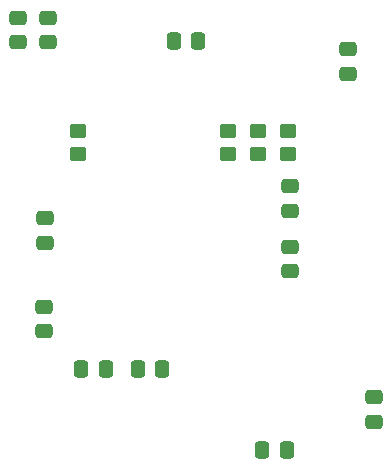
<source format=gbp>
%TF.GenerationSoftware,KiCad,Pcbnew,6.0.9*%
%TF.CreationDate,2022-12-08T19:51:44-08:00*%
%TF.ProjectId,i960SxProcessorMegaShieldFormFactor,69393630-5378-4507-926f-636573736f72,rev?*%
%TF.SameCoordinates,Original*%
%TF.FileFunction,Paste,Bot*%
%TF.FilePolarity,Positive*%
%FSLAX46Y46*%
G04 Gerber Fmt 4.6, Leading zero omitted, Abs format (unit mm)*
G04 Created by KiCad (PCBNEW 6.0.9) date 2022-12-08 19:51:44*
%MOMM*%
%LPD*%
G01*
G04 APERTURE LIST*
G04 Aperture macros list*
%AMRoundRect*
0 Rectangle with rounded corners*
0 $1 Rounding radius*
0 $2 $3 $4 $5 $6 $7 $8 $9 X,Y pos of 4 corners*
0 Add a 4 corners polygon primitive as box body*
4,1,4,$2,$3,$4,$5,$6,$7,$8,$9,$2,$3,0*
0 Add four circle primitives for the rounded corners*
1,1,$1+$1,$2,$3*
1,1,$1+$1,$4,$5*
1,1,$1+$1,$6,$7*
1,1,$1+$1,$8,$9*
0 Add four rect primitives between the rounded corners*
20,1,$1+$1,$2,$3,$4,$5,0*
20,1,$1+$1,$4,$5,$6,$7,0*
20,1,$1+$1,$6,$7,$8,$9,0*
20,1,$1+$1,$8,$9,$2,$3,0*%
G04 Aperture macros list end*
%ADD10RoundRect,0.250000X-0.337500X-0.475000X0.337500X-0.475000X0.337500X0.475000X-0.337500X0.475000X0*%
%ADD11RoundRect,0.250000X-0.475000X0.337500X-0.475000X-0.337500X0.475000X-0.337500X0.475000X0.337500X0*%
%ADD12RoundRect,0.250000X0.475000X-0.337500X0.475000X0.337500X-0.475000X0.337500X-0.475000X-0.337500X0*%
%ADD13RoundRect,0.250000X0.337500X0.475000X-0.337500X0.475000X-0.337500X-0.475000X0.337500X-0.475000X0*%
%ADD14RoundRect,0.250000X-0.450000X0.350000X-0.450000X-0.350000X0.450000X-0.350000X0.450000X0.350000X0*%
%ADD15RoundRect,0.250000X0.450000X-0.350000X0.450000X0.350000X-0.450000X0.350000X-0.450000X-0.350000X0*%
G04 APERTURE END LIST*
D10*
X139373701Y-104983279D03*
X141448701Y-104983279D03*
D11*
X164183061Y-109416759D03*
X164183061Y-107341759D03*
D10*
X156762361Y-111831119D03*
X154687361Y-111831119D03*
D11*
X136245601Y-99678579D03*
X136245601Y-101753579D03*
D12*
X161973261Y-79947679D03*
X161973261Y-77872679D03*
D10*
X144148901Y-104932479D03*
X146223901Y-104932479D03*
D11*
X134015481Y-75218379D03*
X134015481Y-77293379D03*
D13*
X149302381Y-77147419D03*
X147227381Y-77147419D03*
D12*
X157073601Y-91542779D03*
X157073601Y-89467779D03*
D14*
X139113261Y-86788499D03*
X139113261Y-84788499D03*
D12*
X136296401Y-94285979D03*
X136296401Y-92210979D03*
D11*
X136583421Y-77293379D03*
X136583421Y-75218379D03*
D15*
X151815801Y-86788499D03*
X151815801Y-84788499D03*
X154350721Y-86788499D03*
X154350721Y-84788499D03*
X156867861Y-86788499D03*
X156867861Y-84788499D03*
D11*
X157073601Y-94598579D03*
X157073601Y-96673579D03*
M02*

</source>
